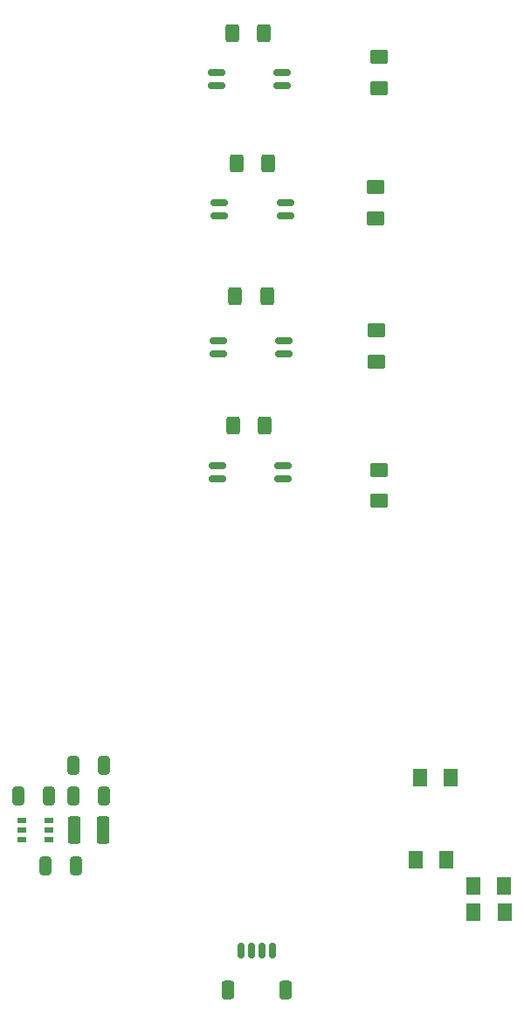
<source format=gbr>
%TF.GenerationSoftware,KiCad,Pcbnew,9.0.7*%
%TF.CreationDate,2026-02-10T14:17:09-05:00*%
%TF.ProjectId,BREAD_Slice,42524541-445f-4536-9c69-63652e6b6963,rev?*%
%TF.SameCoordinates,PX74eba40PY8552dc0*%
%TF.FileFunction,Paste,Bot*%
%TF.FilePolarity,Positive*%
%FSLAX46Y46*%
G04 Gerber Fmt 4.6, Leading zero omitted, Abs format (unit mm)*
G04 Created by KiCad (PCBNEW 9.0.7) date 2026-02-10 14:17:09*
%MOMM*%
%LPD*%
G01*
G04 APERTURE LIST*
G04 Aperture macros list*
%AMRoundRect*
0 Rectangle with rounded corners*
0 $1 Rounding radius*
0 $2 $3 $4 $5 $6 $7 $8 $9 X,Y pos of 4 corners*
0 Add a 4 corners polygon primitive as box body*
4,1,4,$2,$3,$4,$5,$6,$7,$8,$9,$2,$3,0*
0 Add four circle primitives for the rounded corners*
1,1,$1+$1,$2,$3*
1,1,$1+$1,$4,$5*
1,1,$1+$1,$6,$7*
1,1,$1+$1,$8,$9*
0 Add four rect primitives between the rounded corners*
20,1,$1+$1,$2,$3,$4,$5,0*
20,1,$1+$1,$4,$5,$6,$7,0*
20,1,$1+$1,$6,$7,$8,$9,0*
20,1,$1+$1,$8,$9,$2,$3,0*%
G04 Aperture macros list end*
%ADD10R,0.901700X0.508000*%
%ADD11RoundRect,0.250001X0.462499X0.624999X-0.462499X0.624999X-0.462499X-0.624999X0.462499X-0.624999X0*%
%ADD12RoundRect,0.150000X-0.662500X-0.150000X0.662500X-0.150000X0.662500X0.150000X-0.662500X0.150000X0*%
%ADD13RoundRect,0.150000X0.150000X0.625000X-0.150000X0.625000X-0.150000X-0.625000X0.150000X-0.625000X0*%
%ADD14RoundRect,0.250000X0.350000X0.650000X-0.350000X0.650000X-0.350000X-0.650000X0.350000X-0.650000X0*%
%ADD15RoundRect,0.250000X0.325000X0.650000X-0.325000X0.650000X-0.325000X-0.650000X0.325000X-0.650000X0*%
%ADD16RoundRect,0.250001X-0.624999X0.462499X-0.624999X-0.462499X0.624999X-0.462499X0.624999X0.462499X0*%
%ADD17RoundRect,0.250000X-0.400000X-0.625000X0.400000X-0.625000X0.400000X0.625000X-0.400000X0.625000X0*%
%ADD18RoundRect,0.250000X-0.325000X-0.650000X0.325000X-0.650000X0.325000X0.650000X-0.325000X0.650000X0*%
%ADD19RoundRect,0.250001X-0.462499X-0.624999X0.462499X-0.624999X0.462499X0.624999X-0.462499X0.624999X0*%
%ADD20RoundRect,0.250000X-0.375000X-1.075000X0.375000X-1.075000X0.375000X1.075000X-0.375000X1.075000X0*%
G04 APERTURE END LIST*
D10*
%TO.C,U1*%
X4848250Y16094999D03*
X4848250Y17045000D03*
X4848250Y17995001D03*
X7451750Y17995001D03*
X7451750Y17045000D03*
X7451750Y16094999D03*
%TD*%
D11*
%TO.C,D5*%
X46387500Y22100000D03*
X43412500Y22100000D03*
%TD*%
D12*
%TO.C,U3*%
X23966500Y76580000D03*
X23966500Y77850000D03*
X30341500Y77850000D03*
X30341500Y76580000D03*
%TD*%
D11*
%TO.C,D2*%
X51587500Y9100000D03*
X48612500Y9100000D03*
%TD*%
D12*
%TO.C,U4*%
X23839500Y63202000D03*
X23839500Y64472000D03*
X30214500Y64472000D03*
X30214500Y63202000D03*
%TD*%
D13*
%TO.C,J1*%
X29098000Y5400000D03*
X28098000Y5400000D03*
X27098000Y5400000D03*
X26098000Y5400000D03*
D14*
X30398000Y1525000D03*
X24798000Y1525000D03*
%TD*%
D12*
%TO.C,U2*%
X23677500Y89194000D03*
X23677500Y90464000D03*
X30052500Y90464000D03*
X30052500Y89194000D03*
%TD*%
D15*
%TO.C,C1*%
X7425000Y20345000D03*
X4475000Y20345000D03*
%TD*%
D16*
%TO.C,D8*%
X39219000Y65451500D03*
X39219000Y62476500D03*
%TD*%
%TO.C,D9*%
X39408000Y51911500D03*
X39408000Y48936500D03*
%TD*%
D11*
%TO.C,D3*%
X45987500Y14200000D03*
X43012500Y14200000D03*
%TD*%
D17*
%TO.C,R2*%
X25604000Y81660000D03*
X28704000Y81660000D03*
%TD*%
%TO.C,R3*%
X25477000Y68790000D03*
X28577000Y68790000D03*
%TD*%
D16*
%TO.C,D7*%
X39092000Y79337500D03*
X39092000Y76362500D03*
%TD*%
D15*
%TO.C,C2*%
X10025000Y13545000D03*
X7075000Y13545000D03*
%TD*%
D16*
%TO.C,D6*%
X39438000Y91951500D03*
X39438000Y88976500D03*
%TD*%
D18*
%TO.C,C3*%
X9775000Y20345000D03*
X12725000Y20345000D03*
%TD*%
D17*
%TO.C,R4*%
X25285000Y56266000D03*
X28385000Y56266000D03*
%TD*%
D18*
%TO.C,C4*%
X9775000Y23345000D03*
X12725000Y23345000D03*
%TD*%
D12*
%TO.C,U5*%
X23774500Y51059000D03*
X23774500Y52329000D03*
X30149500Y52329000D03*
X30149500Y51059000D03*
%TD*%
D19*
%TO.C,D4*%
X48575000Y11650000D03*
X51550000Y11650000D03*
%TD*%
D20*
%TO.C,L1*%
X9850000Y17045000D03*
X12650000Y17045000D03*
%TD*%
D17*
%TO.C,R1*%
X25188000Y94274000D03*
X28288000Y94274000D03*
%TD*%
M02*

</source>
